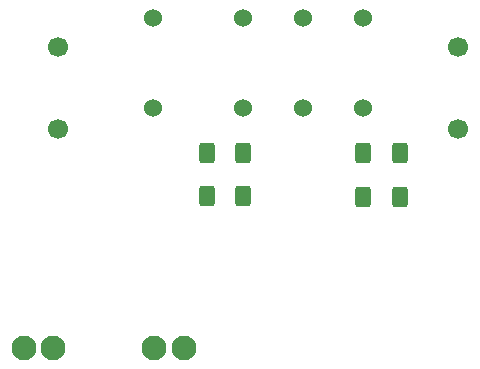
<source format=gbs>
G04 #@! TF.GenerationSoftware,KiCad,Pcbnew,6.0.9-8da3e8f707~117~ubuntu20.04.1*
G04 #@! TF.CreationDate,2022-11-29T05:25:06-05:00*
G04 #@! TF.ProjectId,audiomute,61756469-6f6d-4757-9465-2e6b69636164,rev?*
G04 #@! TF.SameCoordinates,Original*
G04 #@! TF.FileFunction,Soldermask,Bot*
G04 #@! TF.FilePolarity,Negative*
%FSLAX46Y46*%
G04 Gerber Fmt 4.6, Leading zero omitted, Abs format (unit mm)*
G04 Created by KiCad (PCBNEW 6.0.9-8da3e8f707~117~ubuntu20.04.1) date 2022-11-29 05:25:06*
%MOMM*%
%LPD*%
G01*
G04 APERTURE LIST*
G04 Aperture macros list*
%AMRoundRect*
0 Rectangle with rounded corners*
0 $1 Rounding radius*
0 $2 $3 $4 $5 $6 $7 $8 $9 X,Y pos of 4 corners*
0 Add a 4 corners polygon primitive as box body*
4,1,4,$2,$3,$4,$5,$6,$7,$8,$9,$2,$3,0*
0 Add four circle primitives for the rounded corners*
1,1,$1+$1,$2,$3*
1,1,$1+$1,$4,$5*
1,1,$1+$1,$6,$7*
1,1,$1+$1,$8,$9*
0 Add four rect primitives between the rounded corners*
20,1,$1+$1,$2,$3,$4,$5,0*
20,1,$1+$1,$4,$5,$6,$7,0*
20,1,$1+$1,$6,$7,$8,$9,0*
20,1,$1+$1,$8,$9,$2,$3,0*%
G04 Aperture macros list end*
%ADD10C,2.100000*%
%ADD11C,1.524000*%
%ADD12C,1.700000*%
%ADD13RoundRect,0.250000X0.400000X0.625000X-0.400000X0.625000X-0.400000X-0.625000X0.400000X-0.625000X0*%
G04 APERTURE END LIST*
D10*
X100941000Y-102616000D03*
X98441000Y-102616000D03*
D11*
X98374000Y-82296000D03*
X105994000Y-82296000D03*
X111074000Y-82296000D03*
X116154000Y-82296000D03*
X116154000Y-74676000D03*
X111074000Y-74676000D03*
X105994000Y-74676000D03*
X98374000Y-74676000D03*
D12*
X124206000Y-84109500D03*
X124206000Y-77109500D03*
X90297000Y-77109500D03*
X90297000Y-84109500D03*
D10*
X89916000Y-102616000D03*
X87416000Y-102616000D03*
D13*
X105994800Y-89763600D03*
X102894800Y-89763600D03*
X119253600Y-86156800D03*
X116153600Y-86156800D03*
X105994800Y-86156800D03*
X102894800Y-86156800D03*
X119253600Y-89865200D03*
X116153600Y-89865200D03*
M02*

</source>
